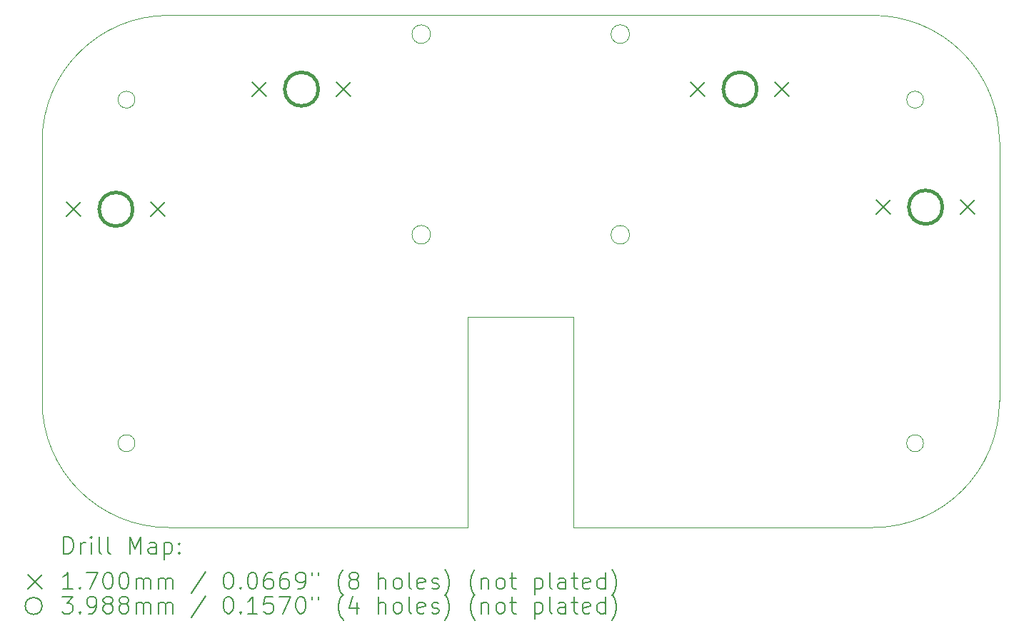
<source format=gbr>
%TF.GenerationSoftware,KiCad,Pcbnew,(6.0.9)*%
%TF.CreationDate,2023-06-09T10:32:01+10:00*%
%TF.ProjectId,Joysticks2.0,4a6f7973-7469-4636-9b73-322e302e6b69,rev?*%
%TF.SameCoordinates,PX3d09000PY568bc30*%
%TF.FileFunction,Drillmap*%
%TF.FilePolarity,Positive*%
%FSLAX45Y45*%
G04 Gerber Fmt 4.5, Leading zero omitted, Abs format (unit mm)*
G04 Created by KiCad (PCBNEW (6.0.9)) date 2023-06-09 10:32:01*
%MOMM*%
%LPD*%
G01*
G04 APERTURE LIST*
%ADD10C,0.010000*%
%ADD11C,0.200000*%
%ADD12C,0.170000*%
%ADD13C,0.398780*%
G04 APERTURE END LIST*
D10*
X-2075000Y450000D02*
X-2075000Y-2625000D01*
X9275000Y450000D02*
G75*
G03*
X7775000Y1950000I-1500000J0D01*
G01*
X2975000Y-1625000D02*
X4225000Y-1625000D01*
X-2075000Y-2625000D02*
G75*
G03*
X-575000Y-4125000I1500000J0D01*
G01*
X7775000Y-4125000D02*
G75*
G03*
X9275000Y-2625000I0J1500000D01*
G01*
X2530000Y-652500D02*
G75*
G03*
X2530000Y-652500I-110000J0D01*
G01*
X7775000Y1950000D02*
X-575000Y1950000D01*
X-975000Y950000D02*
G75*
G03*
X-975000Y950000I-100000J0D01*
G01*
X-975000Y-3125000D02*
G75*
G03*
X-975000Y-3125000I-100000J0D01*
G01*
X4890000Y-652500D02*
G75*
G03*
X4890000Y-652500I-110000J0D01*
G01*
X4890000Y1727500D02*
G75*
G03*
X4890000Y1727500I-110000J0D01*
G01*
X-575000Y1950000D02*
G75*
G03*
X-2075000Y450000I0J-1500000D01*
G01*
X2975000Y-4125000D02*
X2975000Y-1625000D01*
X8375000Y-3125000D02*
G75*
G03*
X8375000Y-3125000I-100000J0D01*
G01*
X2530000Y1727500D02*
G75*
G03*
X2530000Y1727500I-110000J0D01*
G01*
X9275000Y-2625000D02*
X9275000Y450000D01*
X4225000Y-4125000D02*
X7775000Y-4125000D01*
X8375000Y950000D02*
G75*
G03*
X8375000Y950000I-100000J0D01*
G01*
X-575000Y-4125000D02*
X2975000Y-4125000D01*
X4225000Y-1625000D02*
X4225000Y-4125000D01*
D11*
D12*
X-1785000Y-265000D02*
X-1615000Y-435000D01*
X-1615000Y-265000D02*
X-1785000Y-435000D01*
X-785000Y-265000D02*
X-615000Y-435000D01*
X-615000Y-265000D02*
X-785000Y-435000D01*
X415000Y1160000D02*
X585000Y990000D01*
X585000Y1160000D02*
X415000Y990000D01*
X1415000Y1160000D02*
X1585000Y990000D01*
X1585000Y1160000D02*
X1415000Y990000D01*
X5615000Y1160000D02*
X5785000Y990000D01*
X5785000Y1160000D02*
X5615000Y990000D01*
X6615000Y1160000D02*
X6785000Y990000D01*
X6785000Y1160000D02*
X6615000Y990000D01*
X7815000Y-240000D02*
X7985000Y-410000D01*
X7985000Y-240000D02*
X7815000Y-410000D01*
X8815000Y-240000D02*
X8985000Y-410000D01*
X8985000Y-240000D02*
X8815000Y-410000D01*
D13*
X-1000610Y-350000D02*
G75*
G03*
X-1000610Y-350000I-199390J0D01*
G01*
X1199390Y1075000D02*
G75*
G03*
X1199390Y1075000I-199390J0D01*
G01*
X6399390Y1075000D02*
G75*
G03*
X6399390Y1075000I-199390J0D01*
G01*
X8599390Y-325000D02*
G75*
G03*
X8599390Y-325000I-199390J0D01*
G01*
D11*
X-1817881Y-4435976D02*
X-1817881Y-4235976D01*
X-1770262Y-4235976D01*
X-1741690Y-4245500D01*
X-1722643Y-4264548D01*
X-1713119Y-4283595D01*
X-1703595Y-4321690D01*
X-1703595Y-4350262D01*
X-1713119Y-4388357D01*
X-1722643Y-4407405D01*
X-1741690Y-4426452D01*
X-1770262Y-4435976D01*
X-1817881Y-4435976D01*
X-1617881Y-4435976D02*
X-1617881Y-4302643D01*
X-1617881Y-4340738D02*
X-1608357Y-4321690D01*
X-1598833Y-4312167D01*
X-1579786Y-4302643D01*
X-1560738Y-4302643D01*
X-1494071Y-4435976D02*
X-1494071Y-4302643D01*
X-1494071Y-4235976D02*
X-1503595Y-4245500D01*
X-1494071Y-4255024D01*
X-1484548Y-4245500D01*
X-1494071Y-4235976D01*
X-1494071Y-4255024D01*
X-1370262Y-4435976D02*
X-1389310Y-4426452D01*
X-1398833Y-4407405D01*
X-1398833Y-4235976D01*
X-1265500Y-4435976D02*
X-1284548Y-4426452D01*
X-1294072Y-4407405D01*
X-1294072Y-4235976D01*
X-1036929Y-4435976D02*
X-1036929Y-4235976D01*
X-970262Y-4378833D01*
X-903595Y-4235976D01*
X-903595Y-4435976D01*
X-722643Y-4435976D02*
X-722643Y-4331214D01*
X-732167Y-4312167D01*
X-751214Y-4302643D01*
X-789310Y-4302643D01*
X-808357Y-4312167D01*
X-722643Y-4426452D02*
X-741690Y-4435976D01*
X-789310Y-4435976D01*
X-808357Y-4426452D01*
X-817881Y-4407405D01*
X-817881Y-4388357D01*
X-808357Y-4369310D01*
X-789310Y-4359786D01*
X-741690Y-4359786D01*
X-722643Y-4350262D01*
X-627405Y-4302643D02*
X-627405Y-4502643D01*
X-627405Y-4312167D02*
X-608357Y-4302643D01*
X-570262Y-4302643D01*
X-551214Y-4312167D01*
X-541691Y-4321690D01*
X-532167Y-4340738D01*
X-532167Y-4397881D01*
X-541691Y-4416929D01*
X-551214Y-4426452D01*
X-570262Y-4435976D01*
X-608357Y-4435976D01*
X-627405Y-4426452D01*
X-446452Y-4416929D02*
X-436929Y-4426452D01*
X-446452Y-4435976D01*
X-455976Y-4426452D01*
X-446452Y-4416929D01*
X-446452Y-4435976D01*
X-446452Y-4312167D02*
X-436929Y-4321690D01*
X-446452Y-4331214D01*
X-455976Y-4321690D01*
X-446452Y-4312167D01*
X-446452Y-4331214D01*
D12*
X-2245500Y-4680500D02*
X-2075500Y-4850500D01*
X-2075500Y-4680500D02*
X-2245500Y-4850500D01*
D11*
X-1713119Y-4855976D02*
X-1827405Y-4855976D01*
X-1770262Y-4855976D02*
X-1770262Y-4655976D01*
X-1789310Y-4684548D01*
X-1808357Y-4703595D01*
X-1827405Y-4713119D01*
X-1627405Y-4836929D02*
X-1617881Y-4846452D01*
X-1627405Y-4855976D01*
X-1636929Y-4846452D01*
X-1627405Y-4836929D01*
X-1627405Y-4855976D01*
X-1551214Y-4655976D02*
X-1417881Y-4655976D01*
X-1503595Y-4855976D01*
X-1303595Y-4655976D02*
X-1284548Y-4655976D01*
X-1265500Y-4665500D01*
X-1255976Y-4675024D01*
X-1246452Y-4694071D01*
X-1236929Y-4732167D01*
X-1236929Y-4779786D01*
X-1246452Y-4817881D01*
X-1255976Y-4836929D01*
X-1265500Y-4846452D01*
X-1284548Y-4855976D01*
X-1303595Y-4855976D01*
X-1322643Y-4846452D01*
X-1332167Y-4836929D01*
X-1341691Y-4817881D01*
X-1351214Y-4779786D01*
X-1351214Y-4732167D01*
X-1341691Y-4694071D01*
X-1332167Y-4675024D01*
X-1322643Y-4665500D01*
X-1303595Y-4655976D01*
X-1113119Y-4655976D02*
X-1094072Y-4655976D01*
X-1075024Y-4665500D01*
X-1065500Y-4675024D01*
X-1055976Y-4694071D01*
X-1046452Y-4732167D01*
X-1046452Y-4779786D01*
X-1055976Y-4817881D01*
X-1065500Y-4836929D01*
X-1075024Y-4846452D01*
X-1094072Y-4855976D01*
X-1113119Y-4855976D01*
X-1132167Y-4846452D01*
X-1141691Y-4836929D01*
X-1151214Y-4817881D01*
X-1160738Y-4779786D01*
X-1160738Y-4732167D01*
X-1151214Y-4694071D01*
X-1141691Y-4675024D01*
X-1132167Y-4665500D01*
X-1113119Y-4655976D01*
X-960738Y-4855976D02*
X-960738Y-4722643D01*
X-960738Y-4741690D02*
X-951214Y-4732167D01*
X-932167Y-4722643D01*
X-903595Y-4722643D01*
X-884548Y-4732167D01*
X-875024Y-4751214D01*
X-875024Y-4855976D01*
X-875024Y-4751214D02*
X-865500Y-4732167D01*
X-846452Y-4722643D01*
X-817881Y-4722643D01*
X-798833Y-4732167D01*
X-789310Y-4751214D01*
X-789310Y-4855976D01*
X-694072Y-4855976D02*
X-694072Y-4722643D01*
X-694072Y-4741690D02*
X-684548Y-4732167D01*
X-665500Y-4722643D01*
X-636929Y-4722643D01*
X-617881Y-4732167D01*
X-608357Y-4751214D01*
X-608357Y-4855976D01*
X-608357Y-4751214D02*
X-598833Y-4732167D01*
X-579786Y-4722643D01*
X-551214Y-4722643D01*
X-532167Y-4732167D01*
X-522643Y-4751214D01*
X-522643Y-4855976D01*
X-132167Y-4646452D02*
X-303595Y-4903595D01*
X124976Y-4655976D02*
X144024Y-4655976D01*
X163071Y-4665500D01*
X172595Y-4675024D01*
X182119Y-4694071D01*
X191643Y-4732167D01*
X191643Y-4779786D01*
X182119Y-4817881D01*
X172595Y-4836929D01*
X163071Y-4846452D01*
X144024Y-4855976D01*
X124976Y-4855976D01*
X105928Y-4846452D01*
X96405Y-4836929D01*
X86881Y-4817881D01*
X77357Y-4779786D01*
X77357Y-4732167D01*
X86881Y-4694071D01*
X96405Y-4675024D01*
X105928Y-4665500D01*
X124976Y-4655976D01*
X277357Y-4836929D02*
X286881Y-4846452D01*
X277357Y-4855976D01*
X267833Y-4846452D01*
X277357Y-4836929D01*
X277357Y-4855976D01*
X410690Y-4655976D02*
X429738Y-4655976D01*
X448786Y-4665500D01*
X458309Y-4675024D01*
X467833Y-4694071D01*
X477357Y-4732167D01*
X477357Y-4779786D01*
X467833Y-4817881D01*
X458309Y-4836929D01*
X448786Y-4846452D01*
X429738Y-4855976D01*
X410690Y-4855976D01*
X391643Y-4846452D01*
X382119Y-4836929D01*
X372595Y-4817881D01*
X363071Y-4779786D01*
X363071Y-4732167D01*
X372595Y-4694071D01*
X382119Y-4675024D01*
X391643Y-4665500D01*
X410690Y-4655976D01*
X648786Y-4655976D02*
X610690Y-4655976D01*
X591643Y-4665500D01*
X582119Y-4675024D01*
X563071Y-4703595D01*
X553548Y-4741690D01*
X553548Y-4817881D01*
X563071Y-4836929D01*
X572595Y-4846452D01*
X591643Y-4855976D01*
X629738Y-4855976D01*
X648786Y-4846452D01*
X658310Y-4836929D01*
X667833Y-4817881D01*
X667833Y-4770262D01*
X658310Y-4751214D01*
X648786Y-4741690D01*
X629738Y-4732167D01*
X591643Y-4732167D01*
X572595Y-4741690D01*
X563071Y-4751214D01*
X553548Y-4770262D01*
X839262Y-4655976D02*
X801167Y-4655976D01*
X782119Y-4665500D01*
X772595Y-4675024D01*
X753548Y-4703595D01*
X744024Y-4741690D01*
X744024Y-4817881D01*
X753548Y-4836929D01*
X763071Y-4846452D01*
X782119Y-4855976D01*
X820214Y-4855976D01*
X839262Y-4846452D01*
X848786Y-4836929D01*
X858309Y-4817881D01*
X858309Y-4770262D01*
X848786Y-4751214D01*
X839262Y-4741690D01*
X820214Y-4732167D01*
X782119Y-4732167D01*
X763071Y-4741690D01*
X753548Y-4751214D01*
X744024Y-4770262D01*
X953548Y-4855976D02*
X991643Y-4855976D01*
X1010690Y-4846452D01*
X1020214Y-4836929D01*
X1039262Y-4808357D01*
X1048786Y-4770262D01*
X1048786Y-4694071D01*
X1039262Y-4675024D01*
X1029738Y-4665500D01*
X1010690Y-4655976D01*
X972595Y-4655976D01*
X953548Y-4665500D01*
X944024Y-4675024D01*
X934500Y-4694071D01*
X934500Y-4741690D01*
X944024Y-4760738D01*
X953548Y-4770262D01*
X972595Y-4779786D01*
X1010690Y-4779786D01*
X1029738Y-4770262D01*
X1039262Y-4760738D01*
X1048786Y-4741690D01*
X1124976Y-4655976D02*
X1124976Y-4694071D01*
X1201167Y-4655976D02*
X1201167Y-4694071D01*
X1496405Y-4932167D02*
X1486881Y-4922643D01*
X1467833Y-4894071D01*
X1458309Y-4875024D01*
X1448786Y-4846452D01*
X1439262Y-4798833D01*
X1439262Y-4760738D01*
X1448786Y-4713119D01*
X1458309Y-4684548D01*
X1467833Y-4665500D01*
X1486881Y-4636929D01*
X1496405Y-4627405D01*
X1601167Y-4741690D02*
X1582119Y-4732167D01*
X1572595Y-4722643D01*
X1563071Y-4703595D01*
X1563071Y-4694071D01*
X1572595Y-4675024D01*
X1582119Y-4665500D01*
X1601167Y-4655976D01*
X1639262Y-4655976D01*
X1658309Y-4665500D01*
X1667833Y-4675024D01*
X1677357Y-4694071D01*
X1677357Y-4703595D01*
X1667833Y-4722643D01*
X1658309Y-4732167D01*
X1639262Y-4741690D01*
X1601167Y-4741690D01*
X1582119Y-4751214D01*
X1572595Y-4760738D01*
X1563071Y-4779786D01*
X1563071Y-4817881D01*
X1572595Y-4836929D01*
X1582119Y-4846452D01*
X1601167Y-4855976D01*
X1639262Y-4855976D01*
X1658309Y-4846452D01*
X1667833Y-4836929D01*
X1677357Y-4817881D01*
X1677357Y-4779786D01*
X1667833Y-4760738D01*
X1658309Y-4751214D01*
X1639262Y-4741690D01*
X1915452Y-4855976D02*
X1915452Y-4655976D01*
X2001167Y-4855976D02*
X2001167Y-4751214D01*
X1991643Y-4732167D01*
X1972595Y-4722643D01*
X1944024Y-4722643D01*
X1924976Y-4732167D01*
X1915452Y-4741690D01*
X2124976Y-4855976D02*
X2105929Y-4846452D01*
X2096405Y-4836929D01*
X2086881Y-4817881D01*
X2086881Y-4760738D01*
X2096405Y-4741690D01*
X2105929Y-4732167D01*
X2124976Y-4722643D01*
X2153548Y-4722643D01*
X2172595Y-4732167D01*
X2182119Y-4741690D01*
X2191643Y-4760738D01*
X2191643Y-4817881D01*
X2182119Y-4836929D01*
X2172595Y-4846452D01*
X2153548Y-4855976D01*
X2124976Y-4855976D01*
X2305929Y-4855976D02*
X2286881Y-4846452D01*
X2277357Y-4827405D01*
X2277357Y-4655976D01*
X2458310Y-4846452D02*
X2439262Y-4855976D01*
X2401167Y-4855976D01*
X2382119Y-4846452D01*
X2372595Y-4827405D01*
X2372595Y-4751214D01*
X2382119Y-4732167D01*
X2401167Y-4722643D01*
X2439262Y-4722643D01*
X2458310Y-4732167D01*
X2467833Y-4751214D01*
X2467833Y-4770262D01*
X2372595Y-4789310D01*
X2544024Y-4846452D02*
X2563071Y-4855976D01*
X2601167Y-4855976D01*
X2620214Y-4846452D01*
X2629738Y-4827405D01*
X2629738Y-4817881D01*
X2620214Y-4798833D01*
X2601167Y-4789310D01*
X2572595Y-4789310D01*
X2553548Y-4779786D01*
X2544024Y-4760738D01*
X2544024Y-4751214D01*
X2553548Y-4732167D01*
X2572595Y-4722643D01*
X2601167Y-4722643D01*
X2620214Y-4732167D01*
X2696405Y-4932167D02*
X2705929Y-4922643D01*
X2724976Y-4894071D01*
X2734500Y-4875024D01*
X2744024Y-4846452D01*
X2753548Y-4798833D01*
X2753548Y-4760738D01*
X2744024Y-4713119D01*
X2734500Y-4684548D01*
X2724976Y-4665500D01*
X2705929Y-4636929D01*
X2696405Y-4627405D01*
X3058309Y-4932167D02*
X3048786Y-4922643D01*
X3029738Y-4894071D01*
X3020214Y-4875024D01*
X3010690Y-4846452D01*
X3001167Y-4798833D01*
X3001167Y-4760738D01*
X3010690Y-4713119D01*
X3020214Y-4684548D01*
X3029738Y-4665500D01*
X3048786Y-4636929D01*
X3058309Y-4627405D01*
X3134500Y-4722643D02*
X3134500Y-4855976D01*
X3134500Y-4741690D02*
X3144024Y-4732167D01*
X3163071Y-4722643D01*
X3191643Y-4722643D01*
X3210690Y-4732167D01*
X3220214Y-4751214D01*
X3220214Y-4855976D01*
X3344024Y-4855976D02*
X3324976Y-4846452D01*
X3315452Y-4836929D01*
X3305928Y-4817881D01*
X3305928Y-4760738D01*
X3315452Y-4741690D01*
X3324976Y-4732167D01*
X3344024Y-4722643D01*
X3372595Y-4722643D01*
X3391643Y-4732167D01*
X3401167Y-4741690D01*
X3410690Y-4760738D01*
X3410690Y-4817881D01*
X3401167Y-4836929D01*
X3391643Y-4846452D01*
X3372595Y-4855976D01*
X3344024Y-4855976D01*
X3467833Y-4722643D02*
X3544024Y-4722643D01*
X3496405Y-4655976D02*
X3496405Y-4827405D01*
X3505928Y-4846452D01*
X3524976Y-4855976D01*
X3544024Y-4855976D01*
X3763071Y-4722643D02*
X3763071Y-4922643D01*
X3763071Y-4732167D02*
X3782119Y-4722643D01*
X3820214Y-4722643D01*
X3839262Y-4732167D01*
X3848786Y-4741690D01*
X3858309Y-4760738D01*
X3858309Y-4817881D01*
X3848786Y-4836929D01*
X3839262Y-4846452D01*
X3820214Y-4855976D01*
X3782119Y-4855976D01*
X3763071Y-4846452D01*
X3972595Y-4855976D02*
X3953548Y-4846452D01*
X3944024Y-4827405D01*
X3944024Y-4655976D01*
X4134500Y-4855976D02*
X4134500Y-4751214D01*
X4124976Y-4732167D01*
X4105928Y-4722643D01*
X4067833Y-4722643D01*
X4048786Y-4732167D01*
X4134500Y-4846452D02*
X4115452Y-4855976D01*
X4067833Y-4855976D01*
X4048786Y-4846452D01*
X4039262Y-4827405D01*
X4039262Y-4808357D01*
X4048786Y-4789310D01*
X4067833Y-4779786D01*
X4115452Y-4779786D01*
X4134500Y-4770262D01*
X4201167Y-4722643D02*
X4277357Y-4722643D01*
X4229738Y-4655976D02*
X4229738Y-4827405D01*
X4239262Y-4846452D01*
X4258310Y-4855976D01*
X4277357Y-4855976D01*
X4420214Y-4846452D02*
X4401167Y-4855976D01*
X4363071Y-4855976D01*
X4344024Y-4846452D01*
X4334500Y-4827405D01*
X4334500Y-4751214D01*
X4344024Y-4732167D01*
X4363071Y-4722643D01*
X4401167Y-4722643D01*
X4420214Y-4732167D01*
X4429738Y-4751214D01*
X4429738Y-4770262D01*
X4334500Y-4789310D01*
X4601167Y-4855976D02*
X4601167Y-4655976D01*
X4601167Y-4846452D02*
X4582119Y-4855976D01*
X4544024Y-4855976D01*
X4524976Y-4846452D01*
X4515452Y-4836929D01*
X4505929Y-4817881D01*
X4505929Y-4760738D01*
X4515452Y-4741690D01*
X4524976Y-4732167D01*
X4544024Y-4722643D01*
X4582119Y-4722643D01*
X4601167Y-4732167D01*
X4677357Y-4932167D02*
X4686881Y-4922643D01*
X4705929Y-4894071D01*
X4715452Y-4875024D01*
X4724976Y-4846452D01*
X4734500Y-4798833D01*
X4734500Y-4760738D01*
X4724976Y-4713119D01*
X4715452Y-4684548D01*
X4705929Y-4665500D01*
X4686881Y-4636929D01*
X4677357Y-4627405D01*
X-2075500Y-5055500D02*
G75*
G03*
X-2075500Y-5055500I-100000J0D01*
G01*
X-1836929Y-4945976D02*
X-1713119Y-4945976D01*
X-1779786Y-5022167D01*
X-1751214Y-5022167D01*
X-1732167Y-5031690D01*
X-1722643Y-5041214D01*
X-1713119Y-5060262D01*
X-1713119Y-5107881D01*
X-1722643Y-5126929D01*
X-1732167Y-5136452D01*
X-1751214Y-5145976D01*
X-1808357Y-5145976D01*
X-1827405Y-5136452D01*
X-1836929Y-5126929D01*
X-1627405Y-5126929D02*
X-1617881Y-5136452D01*
X-1627405Y-5145976D01*
X-1636929Y-5136452D01*
X-1627405Y-5126929D01*
X-1627405Y-5145976D01*
X-1522643Y-5145976D02*
X-1484548Y-5145976D01*
X-1465500Y-5136452D01*
X-1455976Y-5126929D01*
X-1436929Y-5098357D01*
X-1427405Y-5060262D01*
X-1427405Y-4984071D01*
X-1436929Y-4965024D01*
X-1446452Y-4955500D01*
X-1465500Y-4945976D01*
X-1503595Y-4945976D01*
X-1522643Y-4955500D01*
X-1532167Y-4965024D01*
X-1541690Y-4984071D01*
X-1541690Y-5031690D01*
X-1532167Y-5050738D01*
X-1522643Y-5060262D01*
X-1503595Y-5069786D01*
X-1465500Y-5069786D01*
X-1446452Y-5060262D01*
X-1436929Y-5050738D01*
X-1427405Y-5031690D01*
X-1313119Y-5031690D02*
X-1332167Y-5022167D01*
X-1341691Y-5012643D01*
X-1351214Y-4993595D01*
X-1351214Y-4984071D01*
X-1341691Y-4965024D01*
X-1332167Y-4955500D01*
X-1313119Y-4945976D01*
X-1275024Y-4945976D01*
X-1255976Y-4955500D01*
X-1246452Y-4965024D01*
X-1236929Y-4984071D01*
X-1236929Y-4993595D01*
X-1246452Y-5012643D01*
X-1255976Y-5022167D01*
X-1275024Y-5031690D01*
X-1313119Y-5031690D01*
X-1332167Y-5041214D01*
X-1341691Y-5050738D01*
X-1351214Y-5069786D01*
X-1351214Y-5107881D01*
X-1341691Y-5126929D01*
X-1332167Y-5136452D01*
X-1313119Y-5145976D01*
X-1275024Y-5145976D01*
X-1255976Y-5136452D01*
X-1246452Y-5126929D01*
X-1236929Y-5107881D01*
X-1236929Y-5069786D01*
X-1246452Y-5050738D01*
X-1255976Y-5041214D01*
X-1275024Y-5031690D01*
X-1122643Y-5031690D02*
X-1141691Y-5022167D01*
X-1151214Y-5012643D01*
X-1160738Y-4993595D01*
X-1160738Y-4984071D01*
X-1151214Y-4965024D01*
X-1141691Y-4955500D01*
X-1122643Y-4945976D01*
X-1084548Y-4945976D01*
X-1065500Y-4955500D01*
X-1055976Y-4965024D01*
X-1046452Y-4984071D01*
X-1046452Y-4993595D01*
X-1055976Y-5012643D01*
X-1065500Y-5022167D01*
X-1084548Y-5031690D01*
X-1122643Y-5031690D01*
X-1141691Y-5041214D01*
X-1151214Y-5050738D01*
X-1160738Y-5069786D01*
X-1160738Y-5107881D01*
X-1151214Y-5126929D01*
X-1141691Y-5136452D01*
X-1122643Y-5145976D01*
X-1084548Y-5145976D01*
X-1065500Y-5136452D01*
X-1055976Y-5126929D01*
X-1046452Y-5107881D01*
X-1046452Y-5069786D01*
X-1055976Y-5050738D01*
X-1065500Y-5041214D01*
X-1084548Y-5031690D01*
X-960738Y-5145976D02*
X-960738Y-5012643D01*
X-960738Y-5031690D02*
X-951214Y-5022167D01*
X-932167Y-5012643D01*
X-903595Y-5012643D01*
X-884548Y-5022167D01*
X-875024Y-5041214D01*
X-875024Y-5145976D01*
X-875024Y-5041214D02*
X-865500Y-5022167D01*
X-846452Y-5012643D01*
X-817881Y-5012643D01*
X-798833Y-5022167D01*
X-789310Y-5041214D01*
X-789310Y-5145976D01*
X-694072Y-5145976D02*
X-694072Y-5012643D01*
X-694072Y-5031690D02*
X-684548Y-5022167D01*
X-665500Y-5012643D01*
X-636929Y-5012643D01*
X-617881Y-5022167D01*
X-608357Y-5041214D01*
X-608357Y-5145976D01*
X-608357Y-5041214D02*
X-598833Y-5022167D01*
X-579786Y-5012643D01*
X-551214Y-5012643D01*
X-532167Y-5022167D01*
X-522643Y-5041214D01*
X-522643Y-5145976D01*
X-132167Y-4936452D02*
X-303595Y-5193595D01*
X124976Y-4945976D02*
X144024Y-4945976D01*
X163071Y-4955500D01*
X172595Y-4965024D01*
X182119Y-4984071D01*
X191643Y-5022167D01*
X191643Y-5069786D01*
X182119Y-5107881D01*
X172595Y-5126929D01*
X163071Y-5136452D01*
X144024Y-5145976D01*
X124976Y-5145976D01*
X105928Y-5136452D01*
X96405Y-5126929D01*
X86881Y-5107881D01*
X77357Y-5069786D01*
X77357Y-5022167D01*
X86881Y-4984071D01*
X96405Y-4965024D01*
X105928Y-4955500D01*
X124976Y-4945976D01*
X277357Y-5126929D02*
X286881Y-5136452D01*
X277357Y-5145976D01*
X267833Y-5136452D01*
X277357Y-5126929D01*
X277357Y-5145976D01*
X477357Y-5145976D02*
X363071Y-5145976D01*
X420214Y-5145976D02*
X420214Y-4945976D01*
X401167Y-4974548D01*
X382119Y-4993595D01*
X363071Y-5003119D01*
X658310Y-4945976D02*
X563071Y-4945976D01*
X553548Y-5041214D01*
X563071Y-5031690D01*
X582119Y-5022167D01*
X629738Y-5022167D01*
X648786Y-5031690D01*
X658310Y-5041214D01*
X667833Y-5060262D01*
X667833Y-5107881D01*
X658310Y-5126929D01*
X648786Y-5136452D01*
X629738Y-5145976D01*
X582119Y-5145976D01*
X563071Y-5136452D01*
X553548Y-5126929D01*
X734500Y-4945976D02*
X867833Y-4945976D01*
X782119Y-5145976D01*
X982119Y-4945976D02*
X1001167Y-4945976D01*
X1020214Y-4955500D01*
X1029738Y-4965024D01*
X1039262Y-4984071D01*
X1048786Y-5022167D01*
X1048786Y-5069786D01*
X1039262Y-5107881D01*
X1029738Y-5126929D01*
X1020214Y-5136452D01*
X1001167Y-5145976D01*
X982119Y-5145976D01*
X963071Y-5136452D01*
X953548Y-5126929D01*
X944024Y-5107881D01*
X934500Y-5069786D01*
X934500Y-5022167D01*
X944024Y-4984071D01*
X953548Y-4965024D01*
X963071Y-4955500D01*
X982119Y-4945976D01*
X1124976Y-4945976D02*
X1124976Y-4984071D01*
X1201167Y-4945976D02*
X1201167Y-4984071D01*
X1496405Y-5222167D02*
X1486881Y-5212643D01*
X1467833Y-5184071D01*
X1458309Y-5165024D01*
X1448786Y-5136452D01*
X1439262Y-5088833D01*
X1439262Y-5050738D01*
X1448786Y-5003119D01*
X1458309Y-4974548D01*
X1467833Y-4955500D01*
X1486881Y-4926929D01*
X1496405Y-4917405D01*
X1658309Y-5012643D02*
X1658309Y-5145976D01*
X1610690Y-4936452D02*
X1563071Y-5079310D01*
X1686881Y-5079310D01*
X1915452Y-5145976D02*
X1915452Y-4945976D01*
X2001167Y-5145976D02*
X2001167Y-5041214D01*
X1991643Y-5022167D01*
X1972595Y-5012643D01*
X1944024Y-5012643D01*
X1924976Y-5022167D01*
X1915452Y-5031690D01*
X2124976Y-5145976D02*
X2105929Y-5136452D01*
X2096405Y-5126929D01*
X2086881Y-5107881D01*
X2086881Y-5050738D01*
X2096405Y-5031690D01*
X2105929Y-5022167D01*
X2124976Y-5012643D01*
X2153548Y-5012643D01*
X2172595Y-5022167D01*
X2182119Y-5031690D01*
X2191643Y-5050738D01*
X2191643Y-5107881D01*
X2182119Y-5126929D01*
X2172595Y-5136452D01*
X2153548Y-5145976D01*
X2124976Y-5145976D01*
X2305929Y-5145976D02*
X2286881Y-5136452D01*
X2277357Y-5117405D01*
X2277357Y-4945976D01*
X2458310Y-5136452D02*
X2439262Y-5145976D01*
X2401167Y-5145976D01*
X2382119Y-5136452D01*
X2372595Y-5117405D01*
X2372595Y-5041214D01*
X2382119Y-5022167D01*
X2401167Y-5012643D01*
X2439262Y-5012643D01*
X2458310Y-5022167D01*
X2467833Y-5041214D01*
X2467833Y-5060262D01*
X2372595Y-5079310D01*
X2544024Y-5136452D02*
X2563071Y-5145976D01*
X2601167Y-5145976D01*
X2620214Y-5136452D01*
X2629738Y-5117405D01*
X2629738Y-5107881D01*
X2620214Y-5088833D01*
X2601167Y-5079310D01*
X2572595Y-5079310D01*
X2553548Y-5069786D01*
X2544024Y-5050738D01*
X2544024Y-5041214D01*
X2553548Y-5022167D01*
X2572595Y-5012643D01*
X2601167Y-5012643D01*
X2620214Y-5022167D01*
X2696405Y-5222167D02*
X2705929Y-5212643D01*
X2724976Y-5184071D01*
X2734500Y-5165024D01*
X2744024Y-5136452D01*
X2753548Y-5088833D01*
X2753548Y-5050738D01*
X2744024Y-5003119D01*
X2734500Y-4974548D01*
X2724976Y-4955500D01*
X2705929Y-4926929D01*
X2696405Y-4917405D01*
X3058309Y-5222167D02*
X3048786Y-5212643D01*
X3029738Y-5184071D01*
X3020214Y-5165024D01*
X3010690Y-5136452D01*
X3001167Y-5088833D01*
X3001167Y-5050738D01*
X3010690Y-5003119D01*
X3020214Y-4974548D01*
X3029738Y-4955500D01*
X3048786Y-4926929D01*
X3058309Y-4917405D01*
X3134500Y-5012643D02*
X3134500Y-5145976D01*
X3134500Y-5031690D02*
X3144024Y-5022167D01*
X3163071Y-5012643D01*
X3191643Y-5012643D01*
X3210690Y-5022167D01*
X3220214Y-5041214D01*
X3220214Y-5145976D01*
X3344024Y-5145976D02*
X3324976Y-5136452D01*
X3315452Y-5126929D01*
X3305928Y-5107881D01*
X3305928Y-5050738D01*
X3315452Y-5031690D01*
X3324976Y-5022167D01*
X3344024Y-5012643D01*
X3372595Y-5012643D01*
X3391643Y-5022167D01*
X3401167Y-5031690D01*
X3410690Y-5050738D01*
X3410690Y-5107881D01*
X3401167Y-5126929D01*
X3391643Y-5136452D01*
X3372595Y-5145976D01*
X3344024Y-5145976D01*
X3467833Y-5012643D02*
X3544024Y-5012643D01*
X3496405Y-4945976D02*
X3496405Y-5117405D01*
X3505928Y-5136452D01*
X3524976Y-5145976D01*
X3544024Y-5145976D01*
X3763071Y-5012643D02*
X3763071Y-5212643D01*
X3763071Y-5022167D02*
X3782119Y-5012643D01*
X3820214Y-5012643D01*
X3839262Y-5022167D01*
X3848786Y-5031690D01*
X3858309Y-5050738D01*
X3858309Y-5107881D01*
X3848786Y-5126929D01*
X3839262Y-5136452D01*
X3820214Y-5145976D01*
X3782119Y-5145976D01*
X3763071Y-5136452D01*
X3972595Y-5145976D02*
X3953548Y-5136452D01*
X3944024Y-5117405D01*
X3944024Y-4945976D01*
X4134500Y-5145976D02*
X4134500Y-5041214D01*
X4124976Y-5022167D01*
X4105928Y-5012643D01*
X4067833Y-5012643D01*
X4048786Y-5022167D01*
X4134500Y-5136452D02*
X4115452Y-5145976D01*
X4067833Y-5145976D01*
X4048786Y-5136452D01*
X4039262Y-5117405D01*
X4039262Y-5098357D01*
X4048786Y-5079310D01*
X4067833Y-5069786D01*
X4115452Y-5069786D01*
X4134500Y-5060262D01*
X4201167Y-5012643D02*
X4277357Y-5012643D01*
X4229738Y-4945976D02*
X4229738Y-5117405D01*
X4239262Y-5136452D01*
X4258310Y-5145976D01*
X4277357Y-5145976D01*
X4420214Y-5136452D02*
X4401167Y-5145976D01*
X4363071Y-5145976D01*
X4344024Y-5136452D01*
X4334500Y-5117405D01*
X4334500Y-5041214D01*
X4344024Y-5022167D01*
X4363071Y-5012643D01*
X4401167Y-5012643D01*
X4420214Y-5022167D01*
X4429738Y-5041214D01*
X4429738Y-5060262D01*
X4334500Y-5079310D01*
X4601167Y-5145976D02*
X4601167Y-4945976D01*
X4601167Y-5136452D02*
X4582119Y-5145976D01*
X4544024Y-5145976D01*
X4524976Y-5136452D01*
X4515452Y-5126929D01*
X4505929Y-5107881D01*
X4505929Y-5050738D01*
X4515452Y-5031690D01*
X4524976Y-5022167D01*
X4544024Y-5012643D01*
X4582119Y-5012643D01*
X4601167Y-5022167D01*
X4677357Y-5222167D02*
X4686881Y-5212643D01*
X4705929Y-5184071D01*
X4715452Y-5165024D01*
X4724976Y-5136452D01*
X4734500Y-5088833D01*
X4734500Y-5050738D01*
X4724976Y-5003119D01*
X4715452Y-4974548D01*
X4705929Y-4955500D01*
X4686881Y-4926929D01*
X4677357Y-4917405D01*
M02*

</source>
